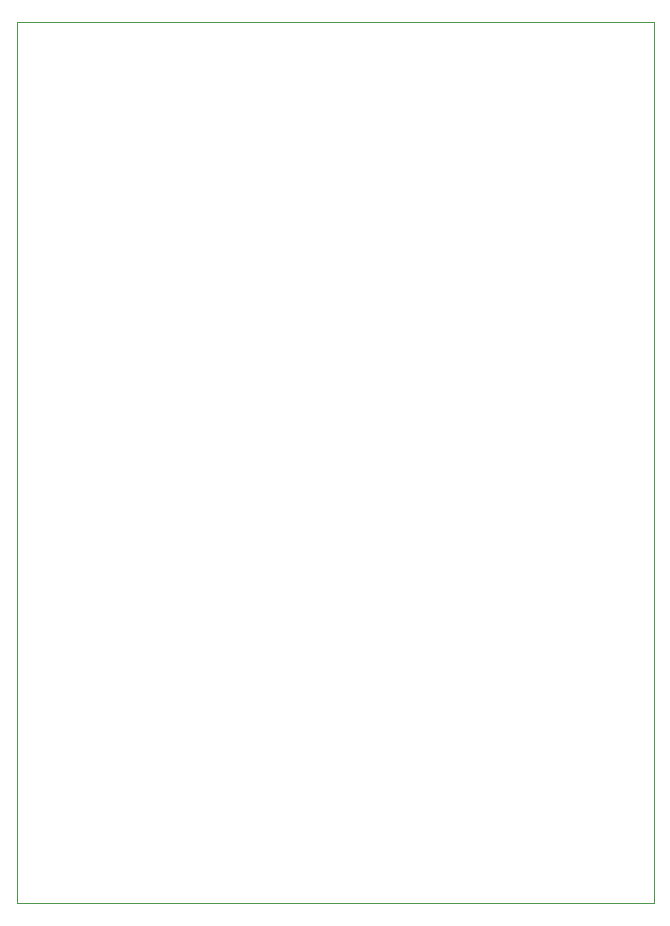
<source format=gbr>
%TF.GenerationSoftware,KiCad,Pcbnew,6.0.9-8da3e8f707~117~ubuntu20.04.1*%
%TF.CreationDate,2023-03-07T09:11:59-05:00*%
%TF.ProjectId,DCT_HV_Widget,4443545f-4856-45f5-9769-646765742e6b,rev?*%
%TF.SameCoordinates,Original*%
%TF.FileFunction,Profile,NP*%
%FSLAX46Y46*%
G04 Gerber Fmt 4.6, Leading zero omitted, Abs format (unit mm)*
G04 Created by KiCad (PCBNEW 6.0.9-8da3e8f707~117~ubuntu20.04.1) date 2023-03-07 09:11:59*
%MOMM*%
%LPD*%
G01*
G04 APERTURE LIST*
%TA.AperFunction,Profile*%
%ADD10C,0.101600*%
%TD*%
G04 APERTURE END LIST*
D10*
X133425000Y-69400000D02*
X187375000Y-69400000D01*
X187375000Y-69400000D02*
X187375000Y-144000000D01*
X187375000Y-144000000D02*
X133425000Y-144000000D01*
X133425000Y-144000000D02*
X133425000Y-69400000D01*
M02*

</source>
